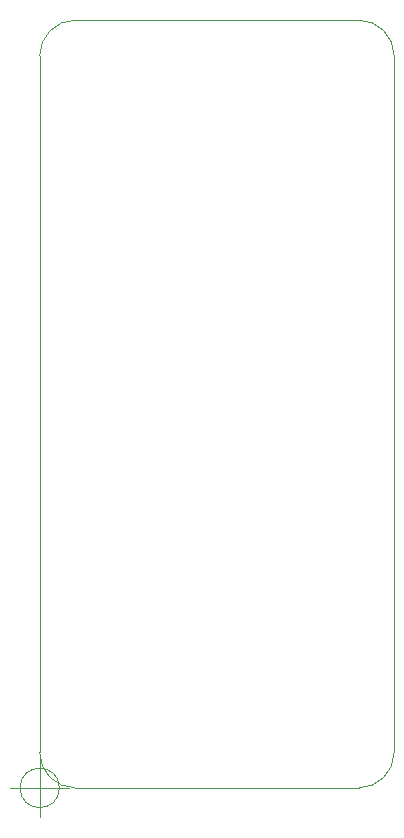
<source format=gbr>
G04 #@! TF.FileFunction,Profile,NP*
%FSLAX46Y46*%
G04 Gerber Fmt 4.6, Leading zero omitted, Abs format (unit mm)*
G04 Created by KiCad (PCBNEW 4.0.7) date 05/16/18 21:08:28*
%MOMM*%
%LPD*%
G01*
G04 APERTURE LIST*
%ADD10C,0.100000*%
G04 APERTURE END LIST*
D10*
X101666666Y-120000000D02*
G75*
G03X101666666Y-120000000I-1666666J0D01*
G01*
X97500000Y-120000000D02*
X102500000Y-120000000D01*
X100000000Y-117500000D02*
X100000000Y-122500000D01*
X100000000Y-58000000D02*
X100000000Y-117000000D01*
X127000000Y-55000000D02*
X103000000Y-55000000D01*
X130000000Y-117000000D02*
X130000000Y-58000000D01*
X103000000Y-120000000D02*
X127000000Y-120000000D01*
X103000000Y-55000000D02*
G75*
G03X100000000Y-58000000I0J-3000000D01*
G01*
X130000000Y-58000000D02*
G75*
G03X127000000Y-55000000I-3000000J0D01*
G01*
X127000000Y-120000000D02*
G75*
G03X130000000Y-117000000I0J3000000D01*
G01*
X100000000Y-117000000D02*
G75*
G03X103000000Y-120000000I3000000J0D01*
G01*
M02*

</source>
